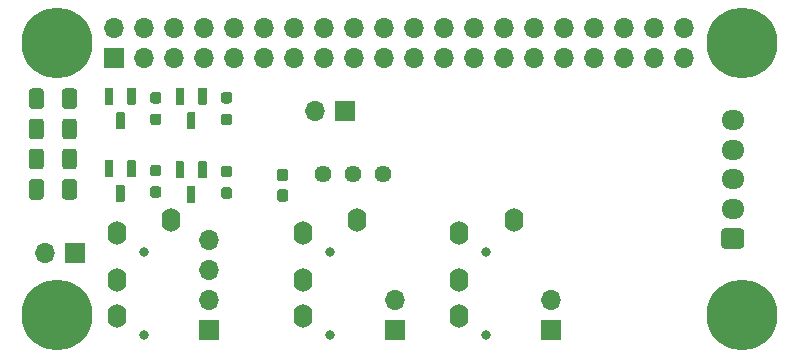
<source format=gbr>
%TF.GenerationSoftware,KiCad,Pcbnew,(5.1.9)-1*%
%TF.CreationDate,2021-06-10T09:26:42-06:00*%
%TF.ProjectId,sl-pi-aprs,736c2d70-692d-4617-9072-732e6b696361,rev?*%
%TF.SameCoordinates,Original*%
%TF.FileFunction,Soldermask,Top*%
%TF.FilePolarity,Negative*%
%FSLAX46Y46*%
G04 Gerber Fmt 4.6, Leading zero omitted, Abs format (unit mm)*
G04 Created by KiCad (PCBNEW (5.1.9)-1) date 2021-06-10 09:26:42*
%MOMM*%
%LPD*%
G01*
G04 APERTURE LIST*
%ADD10O,1.950000X1.700000*%
%ADD11C,6.000000*%
%ADD12O,1.700000X1.700000*%
%ADD13R,1.700000X1.700000*%
%ADD14C,1.440000*%
%ADD15O,1.600000X2.000000*%
%ADD16C,0.800000*%
G04 APERTURE END LIST*
D10*
%TO.C,J9*%
X165354000Y-91600000D03*
X165354000Y-94100000D03*
X165354000Y-96600000D03*
X165354000Y-99100000D03*
G36*
G01*
X166079000Y-102450000D02*
X164629000Y-102450000D01*
G75*
G02*
X164379000Y-102200000I0J250000D01*
G01*
X164379000Y-101000000D01*
G75*
G02*
X164629000Y-100750000I250000J0D01*
G01*
X166079000Y-100750000D01*
G75*
G02*
X166329000Y-101000000I0J-250000D01*
G01*
X166329000Y-102200000D01*
G75*
G02*
X166079000Y-102450000I-250000J0D01*
G01*
G37*
%TD*%
D11*
%TO.C,J2*%
X166130000Y-85080000D03*
X108130000Y-108080000D03*
X166130000Y-108080000D03*
X108130000Y-85080000D03*
D12*
X161260000Y-83810000D03*
X161260000Y-86350000D03*
X143480000Y-83810000D03*
X143480000Y-86350000D03*
X138400000Y-83810000D03*
X138400000Y-86350000D03*
X148560000Y-83810000D03*
X148560000Y-86350000D03*
X120620000Y-83810000D03*
X120620000Y-86350000D03*
X151100000Y-83810000D03*
X151100000Y-86350000D03*
X133320000Y-83810000D03*
X133320000Y-86350000D03*
X156180000Y-83810000D03*
X156180000Y-86350000D03*
X153640000Y-83810000D03*
X153640000Y-86350000D03*
X158720000Y-83810000D03*
X158720000Y-86350000D03*
X135860000Y-83810000D03*
X135860000Y-86350000D03*
X123160000Y-83810000D03*
X123160000Y-86350000D03*
X128240000Y-83810000D03*
X128240000Y-86350000D03*
X146020000Y-83810000D03*
X146020000Y-86350000D03*
X125700000Y-83810000D03*
X125700000Y-86350000D03*
X140940000Y-83810000D03*
X140940000Y-86350000D03*
D13*
X113000000Y-86350000D03*
D12*
X113000000Y-83810000D03*
X118080000Y-86350000D03*
X115540000Y-83810000D03*
X130780000Y-83810000D03*
X130780000Y-86350000D03*
X115540000Y-86350000D03*
X118080000Y-83810000D03*
%TD*%
%TO.C,C4*%
G36*
G01*
X127012500Y-97425000D02*
X127487500Y-97425000D01*
G75*
G02*
X127725000Y-97662500I0J-237500D01*
G01*
X127725000Y-98262500D01*
G75*
G02*
X127487500Y-98500000I-237500J0D01*
G01*
X127012500Y-98500000D01*
G75*
G02*
X126775000Y-98262500I0J237500D01*
G01*
X126775000Y-97662500D01*
G75*
G02*
X127012500Y-97425000I237500J0D01*
G01*
G37*
G36*
G01*
X127012500Y-95700000D02*
X127487500Y-95700000D01*
G75*
G02*
X127725000Y-95937500I0J-237500D01*
G01*
X127725000Y-96537500D01*
G75*
G02*
X127487500Y-96775000I-237500J0D01*
G01*
X127012500Y-96775000D01*
G75*
G02*
X126775000Y-96537500I0J237500D01*
G01*
X126775000Y-95937500D01*
G75*
G02*
X127012500Y-95700000I237500J0D01*
G01*
G37*
%TD*%
D14*
%TO.C,RV1*%
X130670000Y-96100000D03*
X133210000Y-96100000D03*
X135750000Y-96100000D03*
%TD*%
%TO.C,R6*%
G36*
G01*
X116262500Y-91025000D02*
X116737500Y-91025000D01*
G75*
G02*
X116975000Y-91262500I0J-237500D01*
G01*
X116975000Y-91762500D01*
G75*
G02*
X116737500Y-92000000I-237500J0D01*
G01*
X116262500Y-92000000D01*
G75*
G02*
X116025000Y-91762500I0J237500D01*
G01*
X116025000Y-91262500D01*
G75*
G02*
X116262500Y-91025000I237500J0D01*
G01*
G37*
G36*
G01*
X116262500Y-89200000D02*
X116737500Y-89200000D01*
G75*
G02*
X116975000Y-89437500I0J-237500D01*
G01*
X116975000Y-89937500D01*
G75*
G02*
X116737500Y-90175000I-237500J0D01*
G01*
X116262500Y-90175000D01*
G75*
G02*
X116025000Y-89937500I0J237500D01*
G01*
X116025000Y-89437500D01*
G75*
G02*
X116262500Y-89200000I237500J0D01*
G01*
G37*
%TD*%
%TO.C,R4*%
G36*
G01*
X122262500Y-91025000D02*
X122737500Y-91025000D01*
G75*
G02*
X122975000Y-91262500I0J-237500D01*
G01*
X122975000Y-91762500D01*
G75*
G02*
X122737500Y-92000000I-237500J0D01*
G01*
X122262500Y-92000000D01*
G75*
G02*
X122025000Y-91762500I0J237500D01*
G01*
X122025000Y-91262500D01*
G75*
G02*
X122262500Y-91025000I237500J0D01*
G01*
G37*
G36*
G01*
X122262500Y-89200000D02*
X122737500Y-89200000D01*
G75*
G02*
X122975000Y-89437500I0J-237500D01*
G01*
X122975000Y-89937500D01*
G75*
G02*
X122737500Y-90175000I-237500J0D01*
G01*
X122262500Y-90175000D01*
G75*
G02*
X122025000Y-89937500I0J237500D01*
G01*
X122025000Y-89437500D01*
G75*
G02*
X122262500Y-89200000I237500J0D01*
G01*
G37*
%TD*%
%TO.C,R2*%
G36*
G01*
X122262500Y-97275000D02*
X122737500Y-97275000D01*
G75*
G02*
X122975000Y-97512500I0J-237500D01*
G01*
X122975000Y-98012500D01*
G75*
G02*
X122737500Y-98250000I-237500J0D01*
G01*
X122262500Y-98250000D01*
G75*
G02*
X122025000Y-98012500I0J237500D01*
G01*
X122025000Y-97512500D01*
G75*
G02*
X122262500Y-97275000I237500J0D01*
G01*
G37*
G36*
G01*
X122262500Y-95450000D02*
X122737500Y-95450000D01*
G75*
G02*
X122975000Y-95687500I0J-237500D01*
G01*
X122975000Y-96187500D01*
G75*
G02*
X122737500Y-96425000I-237500J0D01*
G01*
X122262500Y-96425000D01*
G75*
G02*
X122025000Y-96187500I0J237500D01*
G01*
X122025000Y-95687500D01*
G75*
G02*
X122262500Y-95450000I237500J0D01*
G01*
G37*
%TD*%
%TO.C,R1*%
G36*
G01*
X116262500Y-97185000D02*
X116737500Y-97185000D01*
G75*
G02*
X116975000Y-97422500I0J-237500D01*
G01*
X116975000Y-97922500D01*
G75*
G02*
X116737500Y-98160000I-237500J0D01*
G01*
X116262500Y-98160000D01*
G75*
G02*
X116025000Y-97922500I0J237500D01*
G01*
X116025000Y-97422500D01*
G75*
G02*
X116262500Y-97185000I237500J0D01*
G01*
G37*
G36*
G01*
X116262500Y-95360000D02*
X116737500Y-95360000D01*
G75*
G02*
X116975000Y-95597500I0J-237500D01*
G01*
X116975000Y-96097500D01*
G75*
G02*
X116737500Y-96335000I-237500J0D01*
G01*
X116262500Y-96335000D01*
G75*
G02*
X116025000Y-96097500I0J237500D01*
G01*
X116025000Y-95597500D01*
G75*
G02*
X116262500Y-95360000I237500J0D01*
G01*
G37*
%TD*%
%TO.C,Q4*%
G36*
G01*
X114150000Y-88830000D02*
X114750000Y-88830000D01*
G75*
G02*
X114820000Y-88900000I0J-70000D01*
G01*
X114820000Y-90200000D01*
G75*
G02*
X114750000Y-90270000I-70000J0D01*
G01*
X114150000Y-90270000D01*
G75*
G02*
X114080000Y-90200000I0J70000D01*
G01*
X114080000Y-88900000D01*
G75*
G02*
X114150000Y-88830000I70000J0D01*
G01*
G37*
G36*
G01*
X112250000Y-88830000D02*
X112850000Y-88830000D01*
G75*
G02*
X112920000Y-88900000I0J-70000D01*
G01*
X112920000Y-90200000D01*
G75*
G02*
X112850000Y-90270000I-70000J0D01*
G01*
X112250000Y-90270000D01*
G75*
G02*
X112180000Y-90200000I0J70000D01*
G01*
X112180000Y-88900000D01*
G75*
G02*
X112250000Y-88830000I70000J0D01*
G01*
G37*
G36*
G01*
X113200000Y-90930000D02*
X113800000Y-90930000D01*
G75*
G02*
X113870000Y-91000000I0J-70000D01*
G01*
X113870000Y-92300000D01*
G75*
G02*
X113800000Y-92370000I-70000J0D01*
G01*
X113200000Y-92370000D01*
G75*
G02*
X113130000Y-92300000I0J70000D01*
G01*
X113130000Y-91000000D01*
G75*
G02*
X113200000Y-90930000I70000J0D01*
G01*
G37*
%TD*%
%TO.C,Q3*%
G36*
G01*
X120150000Y-88830000D02*
X120750000Y-88830000D01*
G75*
G02*
X120820000Y-88900000I0J-70000D01*
G01*
X120820000Y-90200000D01*
G75*
G02*
X120750000Y-90270000I-70000J0D01*
G01*
X120150000Y-90270000D01*
G75*
G02*
X120080000Y-90200000I0J70000D01*
G01*
X120080000Y-88900000D01*
G75*
G02*
X120150000Y-88830000I70000J0D01*
G01*
G37*
G36*
G01*
X118250000Y-88830000D02*
X118850000Y-88830000D01*
G75*
G02*
X118920000Y-88900000I0J-70000D01*
G01*
X118920000Y-90200000D01*
G75*
G02*
X118850000Y-90270000I-70000J0D01*
G01*
X118250000Y-90270000D01*
G75*
G02*
X118180000Y-90200000I0J70000D01*
G01*
X118180000Y-88900000D01*
G75*
G02*
X118250000Y-88830000I70000J0D01*
G01*
G37*
G36*
G01*
X119200000Y-90930000D02*
X119800000Y-90930000D01*
G75*
G02*
X119870000Y-91000000I0J-70000D01*
G01*
X119870000Y-92300000D01*
G75*
G02*
X119800000Y-92370000I-70000J0D01*
G01*
X119200000Y-92370000D01*
G75*
G02*
X119130000Y-92300000I0J70000D01*
G01*
X119130000Y-91000000D01*
G75*
G02*
X119200000Y-90930000I70000J0D01*
G01*
G37*
%TD*%
%TO.C,Q2*%
G36*
G01*
X120150000Y-95080000D02*
X120750000Y-95080000D01*
G75*
G02*
X120820000Y-95150000I0J-70000D01*
G01*
X120820000Y-96450000D01*
G75*
G02*
X120750000Y-96520000I-70000J0D01*
G01*
X120150000Y-96520000D01*
G75*
G02*
X120080000Y-96450000I0J70000D01*
G01*
X120080000Y-95150000D01*
G75*
G02*
X120150000Y-95080000I70000J0D01*
G01*
G37*
G36*
G01*
X118250000Y-95080000D02*
X118850000Y-95080000D01*
G75*
G02*
X118920000Y-95150000I0J-70000D01*
G01*
X118920000Y-96450000D01*
G75*
G02*
X118850000Y-96520000I-70000J0D01*
G01*
X118250000Y-96520000D01*
G75*
G02*
X118180000Y-96450000I0J70000D01*
G01*
X118180000Y-95150000D01*
G75*
G02*
X118250000Y-95080000I70000J0D01*
G01*
G37*
G36*
G01*
X119200000Y-97180000D02*
X119800000Y-97180000D01*
G75*
G02*
X119870000Y-97250000I0J-70000D01*
G01*
X119870000Y-98550000D01*
G75*
G02*
X119800000Y-98620000I-70000J0D01*
G01*
X119200000Y-98620000D01*
G75*
G02*
X119130000Y-98550000I0J70000D01*
G01*
X119130000Y-97250000D01*
G75*
G02*
X119200000Y-97180000I70000J0D01*
G01*
G37*
%TD*%
%TO.C,Q1*%
G36*
G01*
X114145000Y-94990000D02*
X114745000Y-94990000D01*
G75*
G02*
X114815000Y-95060000I0J-70000D01*
G01*
X114815000Y-96360000D01*
G75*
G02*
X114745000Y-96430000I-70000J0D01*
G01*
X114145000Y-96430000D01*
G75*
G02*
X114075000Y-96360000I0J70000D01*
G01*
X114075000Y-95060000D01*
G75*
G02*
X114145000Y-94990000I70000J0D01*
G01*
G37*
G36*
G01*
X112245000Y-94990000D02*
X112845000Y-94990000D01*
G75*
G02*
X112915000Y-95060000I0J-70000D01*
G01*
X112915000Y-96360000D01*
G75*
G02*
X112845000Y-96430000I-70000J0D01*
G01*
X112245000Y-96430000D01*
G75*
G02*
X112175000Y-96360000I0J70000D01*
G01*
X112175000Y-95060000D01*
G75*
G02*
X112245000Y-94990000I70000J0D01*
G01*
G37*
G36*
G01*
X113195000Y-97090000D02*
X113795000Y-97090000D01*
G75*
G02*
X113865000Y-97160000I0J-70000D01*
G01*
X113865000Y-98460000D01*
G75*
G02*
X113795000Y-98530000I-70000J0D01*
G01*
X113195000Y-98530000D01*
G75*
G02*
X113125000Y-98460000I0J70000D01*
G01*
X113125000Y-97160000D01*
G75*
G02*
X113195000Y-97090000I70000J0D01*
G01*
G37*
%TD*%
D12*
%TO.C,J10*%
X129960000Y-90850000D03*
D13*
X132500000Y-90850000D03*
%TD*%
D12*
%TO.C,J8*%
X150000000Y-106850000D03*
D13*
X150000000Y-109390000D03*
%TD*%
D15*
%TO.C,J7*%
X142200000Y-105150000D03*
D16*
X144500000Y-109750000D03*
X144500000Y-102750000D03*
D15*
X142200000Y-108150000D03*
X142200000Y-101150000D03*
X146800000Y-100050000D03*
%TD*%
D12*
%TO.C,J6*%
X136750000Y-106810000D03*
D13*
X136750000Y-109350000D03*
%TD*%
D15*
%TO.C,J5*%
X128950000Y-105150000D03*
D16*
X131250000Y-109750000D03*
X131250000Y-102750000D03*
D15*
X128950000Y-108150000D03*
X128950000Y-101150000D03*
X133550000Y-100050000D03*
%TD*%
D12*
%TO.C,J4*%
X121000000Y-101730000D03*
X121000000Y-104270000D03*
X121000000Y-106810000D03*
D13*
X121000000Y-109350000D03*
%TD*%
D15*
%TO.C,J3*%
X113200000Y-105150000D03*
D16*
X115500000Y-109750000D03*
X115500000Y-102750000D03*
D15*
X113200000Y-108150000D03*
X113200000Y-101150000D03*
X117800000Y-100050000D03*
%TD*%
D12*
%TO.C,J1*%
X107160000Y-102800000D03*
D13*
X109700000Y-102800000D03*
%TD*%
%TO.C,D1*%
G36*
G01*
X107025000Y-89140000D02*
X107025000Y-90390000D01*
G75*
G02*
X106775000Y-90640000I-250000J0D01*
G01*
X106025000Y-90640000D01*
G75*
G02*
X105775000Y-90390000I0J250000D01*
G01*
X105775000Y-89140000D01*
G75*
G02*
X106025000Y-88890000I250000J0D01*
G01*
X106775000Y-88890000D01*
G75*
G02*
X107025000Y-89140000I0J-250000D01*
G01*
G37*
G36*
G01*
X109825000Y-89140000D02*
X109825000Y-90390000D01*
G75*
G02*
X109575000Y-90640000I-250000J0D01*
G01*
X108825000Y-90640000D01*
G75*
G02*
X108575000Y-90390000I0J250000D01*
G01*
X108575000Y-89140000D01*
G75*
G02*
X108825000Y-88890000I250000J0D01*
G01*
X109575000Y-88890000D01*
G75*
G02*
X109825000Y-89140000I0J-250000D01*
G01*
G37*
%TD*%
%TO.C,D4*%
G36*
G01*
X107024800Y-96818000D02*
X107024800Y-98068000D01*
G75*
G02*
X106774800Y-98318000I-250000J0D01*
G01*
X106024800Y-98318000D01*
G75*
G02*
X105774800Y-98068000I0J250000D01*
G01*
X105774800Y-96818000D01*
G75*
G02*
X106024800Y-96568000I250000J0D01*
G01*
X106774800Y-96568000D01*
G75*
G02*
X107024800Y-96818000I0J-250000D01*
G01*
G37*
G36*
G01*
X109824800Y-96818000D02*
X109824800Y-98068000D01*
G75*
G02*
X109574800Y-98318000I-250000J0D01*
G01*
X108824800Y-98318000D01*
G75*
G02*
X108574800Y-98068000I0J250000D01*
G01*
X108574800Y-96818000D01*
G75*
G02*
X108824800Y-96568000I250000J0D01*
G01*
X109574800Y-96568000D01*
G75*
G02*
X109824800Y-96818000I0J-250000D01*
G01*
G37*
%TD*%
%TO.C,D3*%
G36*
G01*
X107025000Y-91710000D02*
X107025000Y-92960000D01*
G75*
G02*
X106775000Y-93210000I-250000J0D01*
G01*
X106025000Y-93210000D01*
G75*
G02*
X105775000Y-92960000I0J250000D01*
G01*
X105775000Y-91710000D01*
G75*
G02*
X106025000Y-91460000I250000J0D01*
G01*
X106775000Y-91460000D01*
G75*
G02*
X107025000Y-91710000I0J-250000D01*
G01*
G37*
G36*
G01*
X109825000Y-91710000D02*
X109825000Y-92960000D01*
G75*
G02*
X109575000Y-93210000I-250000J0D01*
G01*
X108825000Y-93210000D01*
G75*
G02*
X108575000Y-92960000I0J250000D01*
G01*
X108575000Y-91710000D01*
G75*
G02*
X108825000Y-91460000I250000J0D01*
G01*
X109575000Y-91460000D01*
G75*
G02*
X109825000Y-91710000I0J-250000D01*
G01*
G37*
%TD*%
%TO.C,D2*%
G36*
G01*
X109825000Y-94250000D02*
X109825000Y-95500000D01*
G75*
G02*
X109575000Y-95750000I-250000J0D01*
G01*
X108825000Y-95750000D01*
G75*
G02*
X108575000Y-95500000I0J250000D01*
G01*
X108575000Y-94250000D01*
G75*
G02*
X108825000Y-94000000I250000J0D01*
G01*
X109575000Y-94000000D01*
G75*
G02*
X109825000Y-94250000I0J-250000D01*
G01*
G37*
G36*
G01*
X107025000Y-94250000D02*
X107025000Y-95500000D01*
G75*
G02*
X106775000Y-95750000I-250000J0D01*
G01*
X106025000Y-95750000D01*
G75*
G02*
X105775000Y-95500000I0J250000D01*
G01*
X105775000Y-94250000D01*
G75*
G02*
X106025000Y-94000000I250000J0D01*
G01*
X106775000Y-94000000D01*
G75*
G02*
X107025000Y-94250000I0J-250000D01*
G01*
G37*
%TD*%
M02*

</source>
